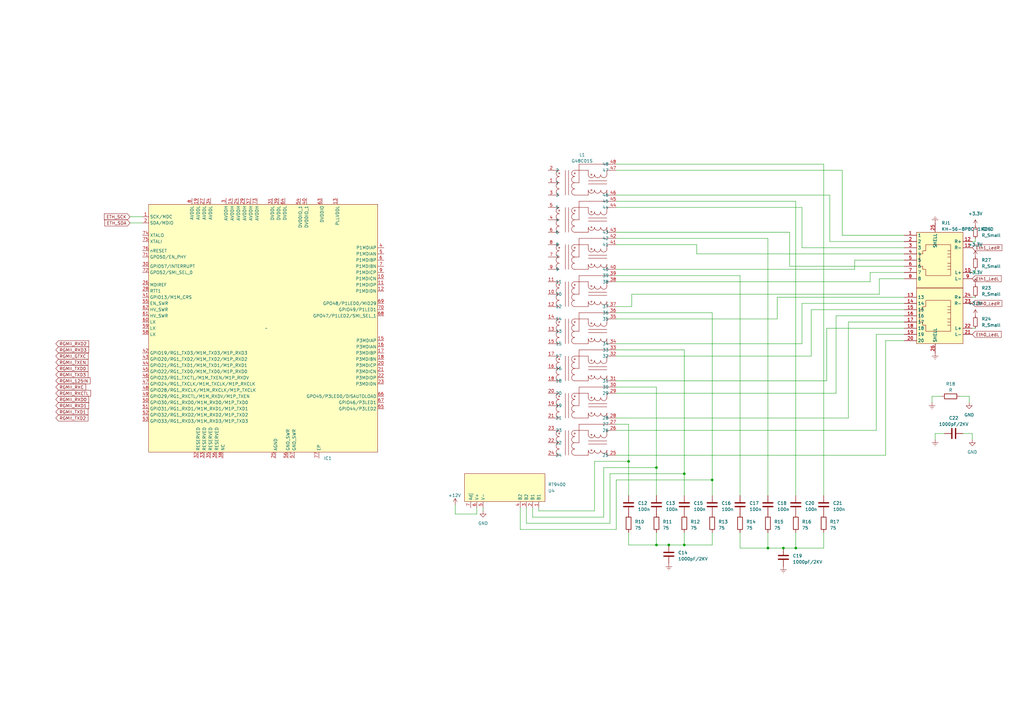
<source format=kicad_sch>
(kicad_sch (version 20231120) (generator "eeschema") (generator_version "8.0")
  (paper "A3")
  (lib_symbols
    (symbol "Device:C" (pin_numbers hide) (pin_names (offset 0.254))
      (property "Reference" "C" (at 0.635 2.54 0))
      (property "Value" "C" (at 0.635 -2.54 0))
      (symbol "C_1_1"
        (pin passive line (at 0 3.81 270) (length 2.794) (name "~") (number "1"))
        (pin passive line (at 0 -3.81 90) (length 2.794) (name "~") (number "2"))
      )
    )
    (symbol "Device:R" (pin_numbers hide) (pin_names (offset 0))
      (property "Reference" "R" (at 2.032 0 90))
      (property "Value" "R" (at 0 0 90))
      (symbol "R_1_1"
        (pin passive line (at 0 3.81 270) (length 1.27) (name "~") (number "1"))
        (pin passive line (at 0 -3.81 90) (length 1.27) (name "~") (number "2"))
      )
    )
    (symbol "Device:R_Small" (pin_numbers hide) (pin_names (offset 0.254) hide)
      (property "Reference" "R" (at 0.762 0.508 0))
      (property "Value" "R_Small" (at 0.762 -1.016 0))
      (symbol "R_Small_1_1"
        (pin passive line (at 0 2.54 270) (length 0.762) (name "~") (number "1"))
        (pin passive line (at 0 -2.54 90) (length 0.762) (name "~") (number "2"))
      )
    )
    (symbol "LCSC:G48C01S"
      (property "Reference" "L" (at 0 66.04 0))
      (property "Value" "G48C01S" (at 0 -63.5 0))
      (symbol "G48C01S_0_1"
        (pin unspecified line (at -15.24 53.34 0) (length 2.54) (name "1") (number "1"))
        (pin unspecified line (at -15.24 7.62 0) (length 2.54) (name "10") (number "10"))
        (pin unspecified line (at -15.24 12.7 0) (length 2.54) (name "11") (number "11"))
        (pin unspecified line (at -15.24 2.54 0) (length 2.54) (name "12") (number "12"))
        (pin unspecified line (at -15.24 -7.62 0) (length 2.54) (name "13") (number "13"))
        (pin unspecified line (at -15.24 -2.54 0) (length 2.54) (name "14") (number "14"))
        (pin unspecified line (at -15.24 -12.7 0) (length 2.54) (name "15") (number "15"))
        (pin unspecified line (at -15.24 -22.86 0) (length 2.54) (name "16") (number "16"))
        (pin unspecified line (at -15.24 -17.78 0) (length 2.54) (name "17") (number "17"))
        (pin unspecified line (at -15.24 -27.94 0) (length 2.54) (name "18") (number "18"))
        (pin unspecified line (at -15.24 -38.1 0) (length 2.54) (name "19") (number "19"))
        (pin unspecified line (at -15.24 58.42 0) (length 2.54) (name "2") (number "2"))
        (pin unspecified line (at -15.24 -33.02 0) (length 2.54) (name "20") (number "20"))
        (pin unspecified line (at -15.24 -43.18 0) (length 2.54) (name "21") (number "21"))
        (pin unspecified line (at -15.24 -53.34 0) (length 2.54) (name "22") (number "22"))
        (pin unspecified line (at -15.24 -48.26 0) (length 2.54) (name "23") (number "23"))
        (pin unspecified line (at -15.24 -58.42 0) (length 2.54) (name "24") (number "24"))
        (pin unspecified line (at 12.7 -58.42 180) (length 2.54) (name "25") (number "25"))
        (pin unspecified line (at 12.7 -48.26 180) (length 2.54) (name "26") (number "26"))
        (pin unspecified line (at 12.7 -45.72 180) (length 2.54) (name "27") (number "27"))
        (pin unspecified line (at 12.7 -43.18 180) (length 2.54) (name "28") (number "28"))
        (pin unspecified line (at 12.7 -33.02 180) (length 2.54) (name "29") (number "29"))
        (pin unspecified line (at -15.24 48.26 0) (length 2.54) (name "3") (number "3"))
        (pin unspecified line (at 12.7 -30.48 180) (length 2.54) (name "30") (number "30"))
        (pin unspecified line (at 12.7 -27.94 180) (length 2.54) (name "31") (number "31"))
        (pin unspecified line (at 12.7 -17.78 180) (length 2.54) (name "32") (number "32"))
        (pin unspecified line (at 12.7 -15.24 180) (length 2.54) (name "33") (number "33"))
        (pin unspecified line (at 12.7 -12.7 180) (length 2.54) (name "34") (number "34"))
        (pin unspecified line (at 12.7 -2.54 180) (length 2.54) (name "35") (number "35"))
        (pin unspecified line (at 12.7 0 180) (length 2.54) (name "36") (number "36"))
        (pin unspecified line (at 12.7 2.54 180) (length 2.54) (name "37") (number "37"))
        (pin unspecified line (at 12.7 12.7 180) (length 2.54) (name "38") (number "38"))
        (pin unspecified line (at 12.7 15.24 180) (length 2.54) (name "39") (number "39"))
        (pin unspecified line (at -15.24 38.1 0) (length 2.54) (name "4") (number "4"))
        (pin unspecified line (at 12.7 17.78 180) (length 2.54) (name "40") (number "40"))
        (pin unspecified line (at 12.7 27.94 180) (length 2.54) (name "41") (number "41"))
        (pin unspecified line (at 12.7 30.48 180) (length 2.54) (name "42") (number "42"))
        (pin unspecified line (at 12.7 33.02 180) (length 2.54) (name "43") (number "43"))
        (pin unspecified line (at 12.7 43.18 180) (length 2.54) (name "44") (number "44"))
        (pin unspecified line (at 12.7 45.72 180) (length 2.54) (name "45") (number "45"))
        (pin unspecified line (at 12.7 48.26 180) (length 2.54) (name "46") (number "46"))
        (pin unspecified line (at 12.7 58.42 180) (length 2.54) (name "47") (number "47"))
        (pin unspecified line (at 12.7 60.96 180) (length 2.54) (name "48") (number "48"))
        (pin unspecified line (at -15.24 43.18 0) (length 2.54) (name "5") (number "5"))
        (pin unspecified line (at -15.24 33.02 0) (length 2.54) (name "6") (number "6"))
        (pin unspecified line (at -15.24 22.86 0) (length 2.54) (name "7") (number "7"))
        (pin unspecified line (at -15.24 27.94 0) (length 2.54) (name "8") (number "8"))
        (pin unspecified line (at -15.24 17.78 0) (length 2.54) (name "9") (number "9"))
      )
    )
    (symbol "LCSC:KH-56-8P8C-1X2-D"
      (property "Reference" "RJ" (at 0 22.86 0))
      (property "Value" "KH-56-8P8C-1X2-D" (at 0 -15.24 0))
      (symbol "KH-56-8P8C-1X2-D_0_1"
        (pin unspecified line (at -20.32 -10.16 90) (length 5.08) (name "1") (number "1"))
        (pin unspecified line (at -5.08 17.78 270) (length 3.81) (name "L+") (number "10"))
        (pin unspecified line (at -15.24 17.78 270) (length 3.81) (name "R-") (number "11"))
        (pin unspecified line (at -17.78 17.78 270) (length 3.81) (name "R+") (number "12"))
        (pin unspecified line (at 5.08 -10.16 90) (length 5.08) (name "13") (number "13"))
        (pin unspecified line (at 7.62 -10.16 90) (length 5.08) (name "14") (number "14"))
        (pin unspecified line (at 10.16 -10.16 90) (length 5.08) (name "15") (number "15"))
        (pin unspecified line (at 12.7 -10.16 90) (length 5.08) (name "16") (number "16"))
        (pin unspecified line (at 15.24 -10.16 90) (length 5.08) (name "17") (number "17"))
        (pin unspecified line (at 17.78 -10.16 90) (length 5.08) (name "18") (number "18"))
        (pin unspecified line (at 20.32 -10.16 90) (length 5.08) (name "19") (number "19"))
        (pin unspecified line (at -17.78 -10.16 90) (length 5.08) (name "2") (number "2"))
        (pin unspecified line (at 22.86 -10.16 90) (length 5.08) (name "20") (number "20"))
        (pin unspecified line (at 20.32 17.78 270) (length 3.81) (name "L-") (number "21"))
        (pin unspecified line (at 17.78 17.78 270) (length 3.81) (name "L+") (number "22"))
        (pin unspecified line (at 7.62 17.78 270) (length 3.81) (name "R-") (number "23"))
        (pin unspecified line (at 5.08 17.78 270) (length 3.81) (name "R+") (number "24"))
        (pin unspecified line (at -25.4 2.54 0) (length 3.81) (name "SHELL") (number "25"))
        (pin unspecified line (at 27.94 2.54 180) (length 3.81) (name "SHELL") (number "26"))
        (pin unspecified line (at -15.24 -10.16 90) (length 5.08) (name "3") (number "3"))
        (pin unspecified line (at -12.7 -10.16 90) (length 5.08) (name "4") (number "4"))
        (pin unspecified line (at -10.16 -10.16 90) (length 5.08) (name "5") (number "5"))
        (pin unspecified line (at -7.62 -10.16 90) (length 5.08) (name "6") (number "6"))
        (pin unspecified line (at -5.08 -10.16 90) (length 5.08) (name "7") (number "7"))
        (pin unspecified line (at -2.54 -10.16 90) (length 5.08) (name "8") (number "8"))
        (pin unspecified line (at -2.54 17.78 270) (length 3.81) (name "L-") (number "9"))
      )
    )
    (symbol "Techbeard:RT9400"
      (property "Reference" "U" (at -20.32 12.7 0))
      (property "Value" "RT9400" (at -3.81 6.35 0))
      (symbol "RT9400_1_1"
        (pin input line (at -17.78 -2.54 90) (length 2.54) (name "B1") (number "1"))
        (pin input line (at -15.24 -2.54 90) (length 2.54) (name "B1") (number "2"))
        (pin input line (at -12.7 -2.54 90) (length 2.54) (name "B2") (number "3"))
        (pin input line (at -10.16 -2.54 90) (length 2.54) (name "B2") (number "4"))
        (pin input line (at 5.08 -2.54 90) (length 2.54) (name "V-") (number "5"))
        (pin input line (at 7.62 -2.54 90) (length 2.54) (name "V+") (number "6"))
        (pin input line (at 10.16 -2.54 90) (length 2.54) (name "Adj") (number "7"))
      )
    )
    (symbol "Techbeard:RTL8363NB-VB-CG"
      (property "Reference" "IC" (at -113.03 59.69 0))
      (symbol "RTL8363NB-VB-CG_0_1"
        (pin unspecified line (at -50.8 45.72 0) (length 2.54) (name "SCK/MDC") (number "1"))
        (pin unspecified line (at 48.26 20.32 180) (length 2.54) (name "P1MDICN") (number "10"))
        (pin unspecified line (at 48.26 17.78 180) (length 2.54) (name "P1MDIDP") (number "11"))
        (pin unspecified line (at 48.26 15.24 180) (length 2.54) (name "P1MDIDN") (number "12"))
        (pin unspecified line (at 29.21 53.34 270) (length 2.54) (name "PLLVDDL") (number "13"))
        (pin unspecified line (at -13.97 53.34 270) (length 2.54) (name "AVDDH") (number "14"))
        (pin unspecified line (at 48.26 -5.08 180) (length 2.54) (name "P3MDIAP") (number "15"))
        (pin unspecified line (at 48.26 -7.62 180) (length 2.54) (name "P3MDIAN") (number "16"))
        (pin unspecified line (at 48.26 -10.16 180) (length 2.54) (name "P3MDIBP") (number "17"))
        (pin unspecified line (at 48.26 -12.7 180) (length 2.54) (name "P3MDIBN") (number "18"))
        (pin unspecified line (at -27.94 53.34 270) (length 2.54) (name "AVDDL") (number "19"))
        (pin unspecified line (at -50.8 43.18 0) (length 2.54) (name "SDA/MDIO") (number "2"))
        (pin unspecified line (at 48.26 -15.24 180) (length 2.54) (name "P3MDICP") (number "20"))
        (pin unspecified line (at 48.26 -17.78 180) (length 2.54) (name "P3MDICN") (number "21"))
        (pin unspecified line (at 48.26 -20.32 180) (length 2.54) (name "P3MDIDP") (number "22"))
        (pin unspecified line (at 48.26 -22.86 180) (length 2.54) (name "P3MDIDN") (number "23"))
        (pin unspecified line (at -11.43 53.34 270) (length 2.54) (name "AVDDH") (number "24"))
        (pin unspecified line (at 3.81 -53.34 90) (length 2.54) (name "AGND") (number "25"))
        (pin unspecified line (at -50.8 17.78 0) (length 2.54) (name "MDIREF") (number "26"))
        (pin unspecified line (at -25.4 53.34 270) (length 2.54) (name "AVDDL") (number "27"))
        (pin unspecified line (at -50.8 15.24 0) (length 2.54) (name "RTT1") (number "28"))
        (pin unspecified line (at -8.89 53.34 270) (length 2.54) (name "AVDDH") (number "29"))
        (pin unspecified line (at -16.51 53.34 270) (length 2.54) (name "AVDDH") (number "3"))
        (pin unspecified line (at -50.8 25.4 0) (length 2.54) (name "GPIO57/INTERRUPT") (number "30"))
        (pin unspecified line (at 2.54 53.34 270) (length 2.54) (name "DVDDL") (number "31"))
        (pin unspecified line (at -27.94 -53.34 90) (length 2.54) (name "RESERVED") (number "32"))
        (pin unspecified line (at -25.4 -53.34 90) (length 2.54) (name "RESERVED") (number "33"))
        (pin unspecified line (at -22.86 53.34 270) (length 2.54) (name "AVDDL") (number "34"))
        (pin unspecified line (at -22.86 -53.34 90) (length 2.54) (name "RESERVED") (number "35"))
        (pin unspecified line (at -20.32 -53.34 90) (length 2.54) (name "RESERVED") (number "36"))
        (pin unspecified line (at -6.35 53.34 270) (length 2.54) (name "AVDDH") (number "37"))
        (pin unspecified line (at -17.78 -53.34 90) (length 2.54) (name "NC") (number "38"))
        (pin unspecified line (at 5.08 53.34 270) (length 2.54) (name "DVDDL") (number "39"))
        (pin unspecified line (at 48.26 33.02 180) (length 2.54) (name "P1MDIAP") (number "4"))
        (pin unspecified line (at 16.51 53.34 270) (length 2.54) (name "DVDDIO_1") (number "40"))
        (pin unspecified line (at -50.8 12.7 0) (length 2.54) (name "GPIO13/M1M_CRS") (number "41"))
        (pin unspecified line (at -50.8 -10.16 0) (length 2.54) (name "GPIO19/RG1_TXD3/M1M_TXD3/M1P_RXD3") (number "42"))
        (pin unspecified line (at -50.8 -12.7 0) (length 2.54) (name "GPIO20/RG1_TXD2/M1M_TXD2/M1P_RXD2") (number "43"))
        (pin unspecified line (at -50.8 -15.24 0) (length 2.54) (name "GPIO21/RG1_TXD1/M1M_TXD1/M1P_RXD1") (number "44"))
        (pin unspecified line (at -50.8 -17.78 0) (length 2.54) (name "GPIO22/RG1_TXD0/M1M_TXD0/M1P_RXD0") (number "45"))
        (pin unspecified line (at -50.8 -20.32 0) (length 2.54) (name "GPIO23/RG1_TXCTL/M1M_TXEN/M1P_RXDV") (number "46"))
        (pin unspecified line (at -50.8 -22.86 0) (length 2.54) (name "GPIO24/RG1_TXCLK/M1M_TXCLK/M1P_RXCLK") (number "47"))
        (pin unspecified line (at -50.8 -25.4 0) (length 2.54) (name "GPIO28/RG1_RXCLK/M1M_RXCLK/M1P_TXCLK") (number "48"))
        (pin unspecified line (at -50.8 -27.94 0) (length 2.54) (name "GPIO29/RG1_RXCTL/M1M_RXDV/M1P_TXEN") (number "49"))
        (pin unspecified line (at 48.26 30.48 180) (length 2.54) (name "P1MDIAN") (number "5"))
        (pin unspecified line (at -50.8 -30.48 0) (length 2.54) (name "GPIO30/RG1_RXD0/M1M_RXD0/M1P_TXD0") (number "50"))
        (pin unspecified line (at -50.8 -33.02 0) (length 2.54) (name "GPIO31/RG1_RXD1/M1M_RXD1/M1P_TXD1") (number "51"))
        (pin unspecified line (at -50.8 -35.56 0) (length 2.54) (name "GPIO32/RG1_RXD2/M1M_RXD2/M1P_TXD2") (number "52"))
        (pin unspecified line (at -50.8 -38.1 0) (length 2.54) (name "GPIO33/RG1_RXD3/M1M_RXD3/M1P_TXD3") (number "53"))
        (pin unspecified line (at 13.97 53.34 270) (length 2.54) (name "DVDDIO_1") (number "54"))
        (pin unspecified line (at -50.8 10.16 0) (length 2.54) (name "EN_SWR") (number "55"))
        (pin unspecified line (at 8.89 -53.34 90) (length 2.54) (name "GND_SWR") (number "56"))
        (pin unspecified line (at 11.43 -53.34 90) (length 2.54) (name "GND_SWR") (number "57"))
        (pin unspecified line (at -50.8 -2.54 0) (length 2.54) (name "LX") (number "58"))
        (pin unspecified line (at -50.8 0 0) (length 2.54) (name "LX") (number "59"))
        (pin unspecified line (at 48.26 27.94 180) (length 2.54) (name "P1MDIBP") (number "6"))
        (pin unspecified line (at -50.8 2.54 0) (length 2.54) (name "LX") (number "60"))
        (pin unspecified line (at -50.8 5.08 0) (length 2.54) (name "HV_SWR") (number "61"))
        (pin unspecified line (at -50.8 7.62 0) (length 2.54) (name "HV_SWR") (number "62"))
        (pin unspecified line (at 22.86 53.34 270) (length 2.54) (name "DVDDIO") (number "63"))
        (pin unspecified line (at 7.62 53.34 270) (length 2.54) (name "DVDDL") (number "64"))
        (pin unspecified line (at 48.26 -33.02 180) (length 2.54) (name "GPIO44/P3LED2") (number "65"))
        (pin unspecified line (at 48.26 -27.94 180) (length 2.54) (name "GPO45/P3LED0/DISAUTOLOAD") (number "66"))
        (pin unspecified line (at 48.26 -30.48 180) (length 2.54) (name "GPIO46/P3LED1") (number "67"))
        (pin unspecified line (at 48.26 5.08 180) (length 2.54) (name "GPO47/P1LED2/SMI_SEL_1") (number "68"))
        (pin unspecified line (at 48.26 10.16 180) (length 2.54) (name "GPO48/P1LED0/MID29") (number "69"))
        (pin unspecified line (at 48.26 25.4 180) (length 2.54) (name "P1MDIBN") (number "7"))
        (pin unspecified line (at 48.26 7.62 180) (length 2.54) (name "GPIO49/P1LED1") (number "70"))
        (pin unspecified line (at -50.8 29.21 0) (length 2.54) (name "GPO50/EN_PHY") (number "71"))
        (pin unspecified line (at -50.8 22.86 0) (length 2.54) (name "GPO52/SMI_SEL_0") (number "72"))
        (pin unspecified line (at -3.81 53.34 270) (length 2.54) (name "AVDDH") (number "73"))
        (pin unspecified line (at -50.8 38.1 0) (length 2.54) (name "XTALO") (number "74"))
        (pin unspecified line (at -50.8 35.56 0) (length 2.54) (name "XTALI") (number "75"))
        (pin unspecified line (at -50.8 31.75 0) (length 2.54) (name "nRESET") (number "76"))
        (pin unspecified line (at 21.59 -53.34 90) (length 2.54) (name "EP") (number "77"))
        (pin unspecified line (at -30.48 53.34 270) (length 2.54) (name "AVDDL") (number "8"))
        (pin unspecified line (at 48.26 22.86 180) (length 2.54) (name "P1MDICP") (number "9"))
      )
    )
    (symbol "power:+12V" (power) (pin_numbers hide) (pin_names (offset 0) hide)
      (property "Value" "+12V" (at 0 3.556 0))
      (symbol "+12V_1_1"
        (pin power_in line (at 0 0 90) (length 0) (name "~") (number "1"))
      )
    )
    (symbol "power:+3.3V" (power) (pin_numbers hide) (pin_names (offset 0) hide)
      (property "Value" "+3.3V" (at 0 3.556 0))
      (symbol "+3.3V_1_1"
        (pin power_in line (at 0 0 90) (length 0) (name "~") (number "1"))
      )
    )
    (symbol "power:Earth" (power) (pin_names (offset 0))
      (symbol "Earth_1_1"
        (pin power_in line (at 0 0 270) (length 0) hide (name "Earth") (number "1"))
      )
    )
    (symbol "power:GND" (power) (pin_names (offset 0))
      (property "Value" "GND" (at 0 -3.81 0))
      (symbol "GND_1_1"
        (pin power_in line (at 0 0 270) (length 0) hide (name "GND") (number "1"))
      )
    )
  )
  (junction (at 326.39 224.79))
  (junction (at 280.67 223.52))
  (junction (at 292.1 196.85))
  (junction (at 314.96 224.79))
  (junction (at 321.31 224.79))
  (junction (at 280.67 194.31))
  (junction (at 269.24 191.77))
  (junction (at 257.81 189.23))
  (junction (at 274.32 223.52))
  (junction (at 269.24 223.52))
  (wire (pts (xy 347.98 171.45) (xy 252.73 171.45)))
  (wire (pts (xy 337.82 224.79) (xy 337.82 218.44)))
  (wire (pts (xy 370.84 124.46) (xy 328.93 124.46)))
  (wire (pts (xy 332.74 146.05) (xy 252.73 146.05)))
  (wire (pts (xy 370.84 121.92) (xy 318.77 121.92)))
  (wire (pts (xy 398.78 121.92) (xy 400.05 121.92)))
  (wire (pts (xy 53.34 88.9) (xy 58.42 88.9)))
  (wire (pts (xy 326.39 218.44) (xy 326.39 224.79)))
  (wire (pts (xy 342.9 161.29) (xy 252.73 161.29)))
  (wire (pts (xy 195.58 210.82) (xy 186.69 210.82)))
  (wire (pts (xy 370.84 99.06) (xy 340.36 99.06)))
  (wire (pts (xy 321.31 224.79) (xy 326.39 224.79)))
  (wire (pts (xy 393.7 162.56) (xy 397.51 162.56)))
  (wire (pts (xy 269.24 191.77) (xy 269.24 203.2)))
  (wire (pts (xy 259.08 120.65) (xy 259.08 125.73)))
  (wire (pts (xy 347.98 132.08) (xy 347.98 171.45)))
  (wire (pts (xy 280.67 143.51) (xy 280.67 194.31)))
  (wire (pts (xy 314.96 224.79) (xy 321.31 224.79)))
  (wire (pts (xy 259.08 125.73) (xy 252.73 125.73)))
  (wire (pts (xy 382.27 162.56) (xy 386.08 162.56)))
  (wire (pts (xy 398.78 111.76) (xy 400.05 111.76)))
  (wire (pts (xy 337.82 67.31) (xy 337.82 203.2)))
  (wire (pts (xy 257.81 223.52) (xy 269.24 223.52)))
  (wire (pts (xy 359.41 176.53) (xy 359.41 137.16)))
  (wire (pts (xy 303.53 218.44) (xy 303.53 224.79)))
  (wire (pts (xy 280.67 218.44) (xy 280.67 223.52)))
  (wire (pts (xy 252.73 67.31) (xy 337.82 67.31)))
  (wire (pts (xy 360.68 120.65) (xy 259.08 120.65)))
  (wire (pts (xy 370.84 127) (xy 332.74 127)))
  (wire (pts (xy 314.96 218.44) (xy 314.96 224.79)))
  (wire (pts (xy 340.36 80.01) (xy 252.73 80.01)))
  (wire (pts (xy 326.39 224.79) (xy 337.82 224.79)))
  (wire (pts (xy 252.73 158.75) (xy 269.24 158.75)))
  (wire (pts (xy 215.9 208.28) (xy 215.9 214.63)))
  (wire (pts (xy 243.84 189.23) (xy 257.81 189.23)))
  (wire (pts (xy 303.53 224.79) (xy 314.96 224.79)))
  (wire (pts (xy 213.36 208.28) (xy 213.36 217.17)))
  (wire (pts (xy 370.84 129.54) (xy 342.9 129.54)))
  (wire (pts (xy 342.9 129.54) (xy 342.9 161.29)))
  (wire (pts (xy 318.77 130.81) (xy 252.73 130.81)))
  (wire (pts (xy 400.05 97.79) (xy 400.05 99.06)))
  (wire (pts (xy 292.1 128.27) (xy 292.1 196.85)))
  (wire (pts (xy 400.05 110.49) (xy 400.05 111.76)))
  (wire (pts (xy 359.41 137.16) (xy 370.84 137.16)))
  (wire (pts (xy 252.73 115.57) (xy 356.87 115.57)))
  (wire (pts (xy 339.09 134.62) (xy 370.84 134.62)))
  (wire (pts (xy 252.73 217.17) (xy 252.73 196.85)))
  (wire (pts (xy 280.67 194.31) (xy 280.67 203.2)))
  (wire (pts (xy 328.93 101.6) (xy 328.93 85.09)))
  (wire (pts (xy 356.87 111.76) (xy 370.84 111.76)))
  (wire (pts (xy 356.87 115.57) (xy 356.87 111.76)))
  (wire (pts (xy 292.1 196.85) (xy 292.1 203.2)))
  (wire (pts (xy 198.12 209.55) (xy 198.12 208.28)))
  (wire (pts (xy 252.73 82.55) (xy 326.39 82.55)))
  (wire (pts (xy 269.24 218.44) (xy 269.24 223.52)))
  (wire (pts (xy 318.77 121.92) (xy 318.77 130.81)))
  (wire (pts (xy 292.1 223.52) (xy 292.1 218.44)))
  (wire (pts (xy 195.58 208.28) (xy 195.58 210.82)))
  (wire (pts (xy 257.81 218.44) (xy 257.81 223.52)))
  (wire (pts (xy 247.65 191.77) (xy 269.24 191.77)))
  (wire (pts (xy 243.84 209.55) (xy 243.84 189.23)))
  (wire (pts (xy 382.27 165.1) (xy 382.27 162.56)))
  (wire (pts (xy 252.73 128.27) (xy 292.1 128.27)))
  (wire (pts (xy 370.84 139.7) (xy 363.22 139.7)))
  (wire (pts (xy 220.98 209.55) (xy 243.84 209.55)))
  (wire (pts (xy 53.34 91.44) (xy 58.42 91.44)))
  (wire (pts (xy 252.73 196.85) (xy 292.1 196.85)))
  (wire (pts (xy 339.09 156.21) (xy 339.09 134.62)))
  (wire (pts (xy 345.44 69.85) (xy 345.44 96.52)))
  (wire (pts (xy 370.84 132.08) (xy 347.98 132.08)))
  (wire (pts (xy 326.39 82.55) (xy 326.39 203.2)))
  (wire (pts (xy 323.85 95.25) (xy 323.85 109.22)))
  (wire (pts (xy 252.73 110.49) (xy 350.52 110.49)))
  (wire (pts (xy 398.78 134.62) (xy 400.05 134.62)))
  (wire (pts (xy 252.73 95.25) (xy 323.85 95.25)))
  (wire (pts (xy 340.36 99.06) (xy 340.36 80.01)))
  (wire (pts (xy 280.67 223.52) (xy 292.1 223.52)))
  (wire (pts (xy 383.54 177.8) (xy 387.35 177.8)))
  (wire (pts (xy 314.96 97.79) (xy 314.96 203.2)))
  (wire (pts (xy 370.84 101.6) (xy 328.93 101.6)))
  (wire (pts (xy 328.93 124.46) (xy 328.93 140.97)))
  (wire (pts (xy 269.24 223.52) (xy 274.32 223.52)))
  (wire (pts (xy 370.84 114.3) (xy 360.68 114.3)))
  (wire (pts (xy 257.81 189.23) (xy 257.81 203.2)))
  (wire (pts (xy 323.85 109.22) (xy 370.84 109.22)))
  (wire (pts (xy 252.73 113.03) (xy 303.53 113.03)))
  (wire (pts (xy 363.22 139.7) (xy 363.22 186.69)))
  (wire (pts (xy 218.44 212.09) (xy 247.65 212.09)))
  (wire (pts (xy 250.19 194.31) (xy 280.67 194.31)))
  (wire (pts (xy 350.52 110.49) (xy 350.52 106.68)))
  (wire (pts (xy 350.52 106.68) (xy 370.84 106.68)))
  (wire (pts (xy 257.81 173.99) (xy 257.81 189.23)))
  (wire (pts (xy 360.68 114.3) (xy 360.68 120.65)))
  (wire (pts (xy 252.73 176.53) (xy 359.41 176.53)))
  (wire (pts (xy 397.51 162.56) (xy 397.51 165.1)))
  (wire (pts (xy 250.19 214.63) (xy 250.19 194.31)))
  (wire (pts (xy 252.73 69.85) (xy 345.44 69.85)))
  (wire (pts (xy 328.93 85.09) (xy 252.73 85.09)))
  (wire (pts (xy 370.84 104.14) (xy 285.75 104.14)))
  (wire (pts (xy 400.05 99.06) (xy 398.78 99.06)))
  (wire (pts (xy 215.9 214.63) (xy 250.19 214.63)))
  (wire (pts (xy 394.97 177.8) (xy 398.78 177.8)))
  (wire (pts (xy 274.32 223.52) (xy 280.67 223.52)))
  (wire (pts (xy 218.44 208.28) (xy 218.44 212.09)))
  (wire (pts (xy 220.98 209.55) (xy 220.98 208.28)))
  (wire (pts (xy 252.73 156.21) (xy 339.09 156.21)))
  (wire (pts (xy 285.75 100.33) (xy 252.73 100.33)))
  (wire (pts (xy 345.44 96.52) (xy 370.84 96.52)))
  (wire (pts (xy 332.74 127) (xy 332.74 146.05)))
  (wire (pts (xy 252.73 97.79) (xy 314.96 97.79)))
  (wire (pts (xy 398.78 177.8) (xy 398.78 180.34)))
  (wire (pts (xy 252.73 173.99) (xy 257.81 173.99)))
  (wire (pts (xy 303.53 113.03) (xy 303.53 203.2)))
  (wire (pts (xy 328.93 140.97) (xy 252.73 140.97)))
  (wire (pts (xy 363.22 186.69) (xy 252.73 186.69)))
  (wire (pts (xy 383.54 180.34) (xy 383.54 177.8)))
  (wire (pts (xy 213.36 217.17) (xy 252.73 217.17)))
  (wire (pts (xy 285.75 104.14) (xy 285.75 100.33)))
  (wire (pts (xy 252.73 143.51) (xy 280.67 143.51)))
  (wire (pts (xy 186.69 210.82) (xy 186.69 207.01)))
  (wire (pts (xy 269.24 158.75) (xy 269.24 191.77)))
  (wire (pts (xy 247.65 212.09) (xy 247.65 191.77)))
  (global_label "Eth0_LedL" (shape input) (at 398.78 137.16 0) (property "Intersheetrefs" "${INTERSHEET_REFS}" (effects (hide yes))))
  (global_label "RGMII_GTXC" (shape input) (at 22.86 146.05 0) (property "Intersheetrefs" "${INTERSHEET_REFS}" (effects (hide yes))))
  (global_label "RGMII_RXD1" (shape input) (at 22.86 166.37 0) (property "Intersheetrefs" "${INTERSHEET_REFS}" (effects (hide yes))))
  (global_label "RGMII_TXEN" (shape input) (at 22.86 148.59 0) (property "Intersheetrefs" "${INTERSHEET_REFS}" (effects (hide yes))))
  (global_label "RGMII_TXD2" (shape input) (at 22.86 171.45 0) (property "Intersheetrefs" "${INTERSHEET_REFS}" (effects (hide yes))))
  (global_label "ETH_SCK" (shape input) (at 53.34 88.9 180) (property "Intersheetrefs" "${INTERSHEET_REFS}" (effects (hide yes))))
  (global_label "Eth1_LedR" (shape input) (at 398.78 101.6 0) (property "Intersheetrefs" "${INTERSHEET_REFS}" (effects (hide yes))))
  (global_label "RGMII_RXC" (shape input) (at 22.86 158.75 0) (property "Intersheetrefs" "${INTERSHEET_REFS}" (effects (hide yes))))
  (global_label "RGMII_RXD2" (shape input) (at 22.86 140.97 0) (property "Intersheetrefs" "${INTERSHEET_REFS}" (effects (hide yes))))
  (global_label "RGMII_125IN" (shape input) (at 22.86 156.21 0) (property "Intersheetrefs" "${INTERSHEET_REFS}" (effects (hide yes))))
  (global_label "RGMII_TXD1" (shape input) (at 22.86 168.91 0) (property "Intersheetrefs" "${INTERSHEET_REFS}" (effects (hide yes))))
  (global_label "RGMII_RXCTL" (shape input) (at 22.86 161.29 0) (property "Intersheetrefs" "${INTERSHEET_REFS}" (effects (hide yes))))
  (global_label "Eth1_LedL" (shape input) (at 398.78 114.3 0) (property "Intersheetrefs" "${INTERSHEET_REFS}" (effects (hide yes))))
  (global_label "Eth0_LedR" (shape input) (at 398.78 124.46 0) (property "Intersheetrefs" "${INTERSHEET_REFS}" (effects (hide yes))))
  (global_label "RGMII_TXD3" (shape input) (at 22.86 153.67 0) (property "Intersheetrefs" "${INTERSHEET_REFS}" (effects (hide yes))))
  (global_label "ETH_SDA" (shape input) (at 53.34 91.44 180) (property "Intersheetrefs" "${INTERSHEET_REFS}" (effects (hide yes))))
  (global_label "RGMII_RXD0" (shape input) (at 22.86 163.83 0) (property "Intersheetrefs" "${INTERSHEET_REFS}" (effects (hide yes))))
  (global_label "RGMII_TXD0" (shape input) (at 22.86 151.13 0) (property "Intersheetrefs" "${INTERSHEET_REFS}" (effects (hide yes))))
  (global_label "RGMII_RXD3" (shape input) (at 22.86 143.51 0) (property "Intersheetrefs" "${INTERSHEET_REFS}" (effects (hide yes))))
  (symbol (lib_id "power:Earth") (at 383.54 180.34 0) (unit 1)
    (property "Reference" "#PWR045" (effects (hide yes)))
    (property "Value" "Earth" (effects (hide yes)))
  )
  (symbol (lib_id "Device:R") (at 337.82 214.63 0) (unit 1)
    (property "Reference" "R17" (at 340.36 213.995 0) (effects (justify left)))
    (property "Value" "75" (at 340.36 216.535 0) (effects (justify left)))
    (property "Footprint" "Resistor_SMD:R_0402_1005Metric" (effects (hide yes)))
  )
  (symbol (lib_id "power:GND") (at 398.78 180.34 0) (unit 1)
    (property "Reference" "#PWR047" (effects (hide yes)))
    (property "Value" "GND" (at 398.78 185.42 0))
  )
  (symbol (lib_id "power:+3.3V") (at 400.05 116.84 0) (unit 1)
    (property "Reference" "#PWR064" (effects (hide yes)))
    (property "Value" "+3.3V" (at 400.05 111.76 0))
    (property "Description" "Power symbol creates a global label with name \"+3.3V\"" (effects (hide yes)))
  )
  (symbol (lib_id "power:Earth") (at 383.54 144.78 0) (unit 1)
    (property "Reference" "#PWR044" (effects (hide yes)))
    (property "Value" "Earth" (effects (hide yes)))
  )
  (symbol (lib_id "Device:C") (at 337.82 207.01 0) (unit 1)
    (property "Reference" "C21" (at 341.63 206.375 0) (effects (justify left)))
    (property "Value" "100n" (at 341.63 208.915 0) (effects (justify left)))
    (property "Footprint" "Capacitor_SMD:C_0402_1005Metric" (effects (hide yes)))
  )
  (symbol (lib_id "LCSC:KH-56-8P8C-1X2-D") (at 381 116.84 270) (unit 1)
    (property "Reference" "RJ1" (at 386.1817 91.44 90) (effects (justify left)))
    (property "Value" "KH-56-8P8C-1X2-D" (at 386.1817 93.98 90) (effects (justify left)))
    (property "Footprint" "LCSC:RJ45-TH_KH-56-8P8C-1X2-D" (effects (hide yes)))
    (property "LCSC Part" "C2828088" (effects (hide yes)))
  )
  (symbol (lib_id "Device:C") (at 303.53 207.01 0) (unit 1)
    (property "Reference" "C17" (at 307.34 206.375 0) (effects (justify left)))
    (property "Value" "100n" (at 307.34 208.915 0) (effects (justify left)))
    (property "Footprint" "Capacitor_SMD:C_0402_1005Metric" (effects (hide yes)))
  )
  (symbol (lib_id "Device:R") (at 280.67 214.63 0) (unit 1)
    (property "Reference" "R12" (at 283.21 213.995 0) (effects (justify left)))
    (property "Value" "75" (at 283.21 216.535 0) (effects (justify left)))
    (property "Footprint" "Resistor_SMD:R_0402_1005Metric" (effects (hide yes)))
  )
  (symbol (lib_id "Techbeard:RTL8363NB-VB-CG") (at 109.22 134.62 0) (unit 1)
    (property "Reference" "IC1" (at 132.7659 187.96 0) (effects (justify left)))
    (property "Value" "~" (at 109.22 134.62 0))
    (property "Footprint" "Package_DFN_QFN:QFN-76-1EP_9x9mm_P0.4mm_EP5.81x6.31mm" (effects (hide yes)))
  )
  (symbol (lib_id "power:+12V") (at 186.69 207.01 0) (unit 1)
    (property "Reference" "#PWR067" (effects (hide yes)))
    (property "Value" "+12V" (at 186.436 203.2 0))
    (property "Description" "Power symbol creates a global label with name \"+12V\"" (effects (hide yes)))
  )
  (symbol (lib_id "Device:C") (at 274.32 227.33 0) (unit 1)
    (property "Reference" "C14" (at 278.13 226.695 0) (effects (justify left)))
    (property "Value" "1000pF/2KV" (at 278.13 229.235 0) (effects (justify left)))
  )
  (symbol (lib_id "power:GND") (at 198.12 209.55 0) (unit 1)
    (property "Reference" "#PWR066" (effects (hide yes)))
    (property "Value" "GND" (at 198.12 214.63 0))
  )
  (symbol (lib_id "Device:R") (at 314.96 214.63 0) (unit 1)
    (property "Reference" "R15" (at 317.5 213.995 0) (effects (justify left)))
    (property "Value" "75" (at 317.5 216.535 0) (effects (justify left)))
    (property "Footprint" "Resistor_SMD:R_0402_1005Metric" (effects (hide yes)))
  )
  (symbol (lib_id "power:Earth") (at 383.54 91.44 180) (unit 1)
    (property "Reference" "#PWR043" (effects (hide yes)))
    (property "Value" "Earth" (effects (hide yes)))
  )
  (symbol (lib_id "Device:R") (at 292.1 214.63 0) (unit 1)
    (property "Reference" "R13" (at 294.64 213.995 0) (effects (justify left)))
    (property "Value" "75" (at 294.64 216.535 0) (effects (justify left)))
    (property "Footprint" "Resistor_SMD:R_0402_1005Metric" (effects (hide yes)))
  )
  (symbol (lib_id "Device:R") (at 326.39 214.63 0) (unit 1)
    (property "Reference" "R16" (at 328.93 213.995 0) (effects (justify left)))
    (property "Value" "75" (at 328.93 216.535 0) (effects (justify left)))
    (property "Footprint" "Resistor_SMD:R_0402_1005Metric" (effects (hide yes)))
  )
  (symbol (lib_id "Device:C") (at 257.81 207.01 0) (unit 1)
    (property "Reference" "C12" (at 261.62 206.375 0) (effects (justify left)))
    (property "Value" "100n" (at 261.62 208.915 0) (effects (justify left)))
    (property "Footprint" "Capacitor_SMD:C_0402_1005Metric" (effects (hide yes)))
  )
  (symbol (lib_id "Device:R_Small") (at 400.05 132.08 0) (unit 1)
    (property "Reference" "R24" (at 402.59 130.8099 0) (effects (justify left)))
    (property "Value" "R_Small" (at 402.59 133.3499 0) (effects (justify left)))
    (property "Description" "Resistor, small symbol" (effects (hide yes)))
  )
  (symbol (lib_id "Device:C") (at 314.96 207.01 0) (unit 1)
    (property "Reference" "C18" (at 318.77 206.375 0) (effects (justify left)))
    (property "Value" "100n" (at 318.77 208.915 0) (effects (justify left)))
    (property "Footprint" "Capacitor_SMD:C_0402_1005Metric" (effects (hide yes)))
  )
  (symbol (lib_id "Device:R_Small") (at 400.05 95.25 0) (unit 1)
    (property "Reference" "R25" (at 402.59 93.9799 0) (effects (justify left)))
    (property "Value" "R_Small" (at 402.59 96.5199 0) (effects (justify left)))
    (property "Description" "Resistor, small symbol" (effects (hide yes)))
  )
  (symbol (lib_id "Device:C") (at 269.24 207.01 0) (unit 1)
    (property "Reference" "C13" (at 273.05 206.375 0) (effects (justify left)))
    (property "Value" "100n" (at 273.05 208.915 0) (effects (justify left)))
    (property "Footprint" "Capacitor_SMD:C_0402_1005Metric" (effects (hide yes)))
  )
  (symbol (lib_id "LCSC:G48C01S") (at 240.03 128.27 0) (unit 1)
    (property "Reference" "L1" (at 238.76 63.5 0))
    (property "Value" "G48C01S" (at 238.76 66.04 0))
    (property "Footprint" "LCSC:SMD-48_L27.8-W12.3-P1.02-LS15.3-BL" (effects (hide yes)))
    (property "LCSC Part" "C2827284" (effects (hide yes)))
  )
  (symbol (lib_id "power:Earth") (at 382.27 165.1 0) (unit 1)
    (property "Reference" "#PWR042" (effects (hide yes)))
    (property "Value" "Earth" (effects (hide yes)))
  )
  (symbol (lib_id "power:Earth") (at 274.32 231.14 0) (unit 1)
    (property "Reference" "#PWR040" (effects (hide yes)))
    (property "Value" "Earth" (effects (hide yes)))
  )
  (symbol (lib_id "Device:C") (at 321.31 228.6 0) (unit 1)
    (property "Reference" "C19" (at 325.12 227.965 0) (effects (justify left)))
    (property "Value" "1000pF/2KV" (at 325.12 230.505 0) (effects (justify left)))
  )
  (symbol (lib_id "power:+3.3V") (at 400.05 105.41 0) (unit 1)
    (property "Reference" "#PWR062" (effects (hide yes)))
    (property "Value" "+3.3V" (at 400.05 100.33 0))
    (property "Description" "Power symbol creates a global label with name \"+3.3V\"" (effects (hide yes)))
  )
  (symbol (lib_id "Device:R_Small") (at 400.05 107.95 0) (unit 1)
    (property "Reference" "R27" (at 402.59 106.6799 0) (effects (justify left)))
    (property "Value" "R_Small" (at 402.59 109.2199 0) (effects (justify left)))
    (property "Description" "Resistor, small symbol" (effects (hide yes)))
  )
  (symbol (lib_id "Device:R") (at 389.89 162.56 90) (unit 1)
    (property "Reference" "R18" (at 389.89 157.48 90))
    (property "Value" "R" (at 389.89 160.02 90))
    (property "Footprint" "Capacitor_SMD:C_1206_3216Metric" (effects (hide yes)))
  )
  (symbol (lib_id "Device:C") (at 292.1 207.01 0) (unit 1)
    (property "Reference" "C16" (at 295.91 206.375 0) (effects (justify left)))
    (property "Value" "100n" (at 295.91 208.915 0) (effects (justify left)))
    (property "Footprint" "Capacitor_SMD:C_0402_1005Metric" (effects (hide yes)))
  )
  (symbol (lib_id "Device:C") (at 280.67 207.01 0) (unit 1)
    (property "Reference" "C15" (at 284.48 206.375 0) (effects (justify left)))
    (property "Value" "100n" (at 284.48 208.915 0) (effects (justify left)))
    (property "Footprint" "Capacitor_SMD:C_0402_1005Metric" (effects (hide yes)))
  )
  (symbol (lib_id "Device:R_Small") (at 400.05 119.38 0) (unit 1)
    (property "Reference" "R23" (at 402.59 118.1099 0) (effects (justify left)))
    (property "Value" "R_Small" (at 402.59 120.6499 0) (effects (justify left)))
    (property "Description" "Resistor, small symbol" (effects (hide yes)))
  )
  (symbol (lib_id "Device:C") (at 391.16 177.8 90) (unit 1)
    (property "Reference" "C22" (at 391.16 171.45 90))
    (property "Value" "1000pF/2KV" (at 391.16 173.99 90))
  )
  (symbol (lib_id "power:Earth") (at 321.31 232.41 0) (unit 1)
    (property "Reference" "#PWR041" (effects (hide yes)))
    (property "Value" "Earth" (effects (hide yes)))
  )
  (symbol (lib_id "Device:R") (at 303.53 214.63 0) (unit 1)
    (property "Reference" "R14" (at 306.07 213.995 0) (effects (justify left)))
    (property "Value" "75" (at 306.07 216.535 0) (effects (justify left)))
    (property "Footprint" "Resistor_SMD:R_0402_1005Metric" (effects (hide yes)))
  )
  (symbol (lib_id "power:GND") (at 397.51 165.1 0) (unit 1)
    (property "Reference" "#PWR046" (effects (hide yes)))
    (property "Value" "GND" (at 397.51 170.18 0))
  )
  (symbol (lib_id "Techbeard:RT9400") (at 203.2 205.74 0) (mirror y) (unit 1)
    (property "Reference" "U4" (at 224.79 201.2951 0) (effects (justify right)))
    (property "Value" "RT9400" (at 224.79 198.7551 0) (effects (justify right)))
    (property "Footprint" "Techbeard:RT9400" (effects (hide yes)))
  )
  (symbol (lib_id "Device:C") (at 326.39 207.01 0) (unit 1)
    (property "Reference" "C20" (at 330.2 206.375 0) (effects (justify left)))
    (property "Value" "100n" (at 330.2 208.915 0) (effects (justify left)))
    (property "Footprint" "Capacitor_SMD:C_0402_1005Metric" (effects (hide yes)))
  )
  (symbol (lib_id "Device:R") (at 257.81 214.63 0) (unit 1)
    (property "Reference" "R10" (at 260.35 213.995 0) (effects (justify left)))
    (property "Value" "75" (at 260.35 216.535 0) (effects (justify left)))
    (property "Footprint" "Resistor_SMD:R_0402_1005Metric" (effects (hide yes)))
  )
  (symbol (lib_id "Device:R") (at 269.24 214.63 0) (unit 1)
    (property "Reference" "R11" (at 271.78 213.995 0) (effects (justify left)))
    (property "Value" "75" (at 271.78 216.535 0) (effects (justify left)))
    (property "Footprint" "Resistor_SMD:R_0402_1005Metric" (effects (hide yes)))
  )
  (symbol (lib_id "power:+3.3V") (at 400.05 129.54 0) (unit 1)
    (property "Reference" "#PWR065" (effects (hide yes)))
    (property "Value" "+3.3V" (at 400.05 124.46 0))
    (property "Description" "Power symbol creates a global label with name \"+3.3V\"" (effects (hide yes)))
  )
  (symbol (lib_id "power:+3.3V") (at 400.05 92.71 0) (unit 1)
    (property "Reference" "#PWR063" (effects (hide yes)))
    (property "Value" "+3.3V" (at 400.05 87.63 0))
    (property "Description" "Power symbol creates a global label with name \"+3.3V\"" (effects (hide yes)))
  )
)
</source>
